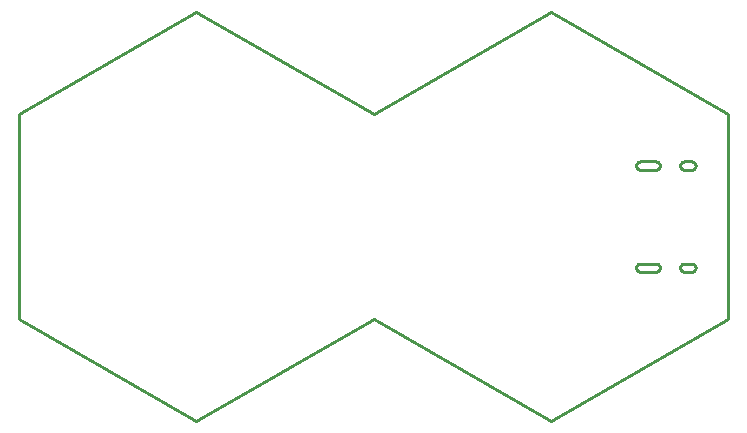
<source format=gbr>
G04 EAGLE Gerber RS-274X export*
G75*
%MOMM*%
%FSLAX34Y34*%
%LPD*%
%IN*%
%IPPOS*%
%AMOC8*
5,1,8,0,0,1.08239X$1,22.5*%
G01*
%ADD10C,0.254000*%


D10*
X-299225Y713D02*
X-149225Y-85888D01*
X775Y713D01*
X150775Y-85888D01*
X300775Y713D01*
X300775Y173913D01*
X150775Y260513D01*
X775Y173913D01*
X-149225Y260513D01*
X-299225Y173913D01*
X-299225Y713D01*
X260375Y44113D02*
X260388Y43807D01*
X260428Y43505D01*
X260494Y43207D01*
X260586Y42915D01*
X260703Y42633D01*
X260844Y42363D01*
X261008Y42105D01*
X261194Y41863D01*
X261400Y41638D01*
X261625Y41431D01*
X261867Y41245D01*
X262125Y41081D01*
X262396Y40940D01*
X262678Y40824D01*
X262969Y40732D01*
X263267Y40666D01*
X263570Y40626D01*
X263875Y40613D01*
X269875Y40613D01*
X270180Y40626D01*
X270483Y40666D01*
X270781Y40732D01*
X271072Y40824D01*
X271354Y40940D01*
X271625Y41081D01*
X271883Y41245D01*
X272125Y41431D01*
X272350Y41638D01*
X272556Y41863D01*
X272742Y42105D01*
X272906Y42363D01*
X273047Y42633D01*
X273164Y42915D01*
X273256Y43207D01*
X273322Y43505D01*
X273362Y43807D01*
X273375Y44113D01*
X273362Y44418D01*
X273322Y44720D01*
X273256Y45018D01*
X273164Y45310D01*
X273047Y45592D01*
X272906Y45863D01*
X272742Y46120D01*
X272556Y46362D01*
X272350Y46587D01*
X272125Y46794D01*
X271883Y46980D01*
X271625Y47144D01*
X271354Y47285D01*
X271072Y47401D01*
X270781Y47493D01*
X270483Y47559D01*
X270180Y47599D01*
X269875Y47613D01*
X263875Y47613D01*
X263570Y47599D01*
X263267Y47559D01*
X262969Y47493D01*
X262678Y47401D01*
X262396Y47285D01*
X262125Y47144D01*
X261867Y46980D01*
X261625Y46794D01*
X261400Y46587D01*
X261194Y46362D01*
X261008Y46120D01*
X260844Y45863D01*
X260703Y45592D01*
X260586Y45310D01*
X260494Y45018D01*
X260428Y44720D01*
X260388Y44418D01*
X260375Y44113D01*
X260375Y130513D02*
X260388Y130207D01*
X260428Y129905D01*
X260494Y129607D01*
X260586Y129315D01*
X260703Y129033D01*
X260844Y128763D01*
X261008Y128505D01*
X261194Y128263D01*
X261400Y128038D01*
X261625Y127831D01*
X261867Y127645D01*
X262125Y127481D01*
X262396Y127340D01*
X262678Y127224D01*
X262969Y127132D01*
X263267Y127066D01*
X263570Y127026D01*
X263875Y127013D01*
X269875Y127013D01*
X270180Y127026D01*
X270483Y127066D01*
X270781Y127132D01*
X271072Y127224D01*
X271354Y127340D01*
X271625Y127481D01*
X271883Y127645D01*
X272125Y127831D01*
X272350Y128038D01*
X272556Y128263D01*
X272742Y128505D01*
X272906Y128763D01*
X273047Y129033D01*
X273164Y129315D01*
X273256Y129607D01*
X273322Y129905D01*
X273362Y130207D01*
X273375Y130513D01*
X273362Y130818D01*
X273322Y131120D01*
X273256Y131418D01*
X273164Y131710D01*
X273047Y131992D01*
X272906Y132263D01*
X272742Y132520D01*
X272556Y132762D01*
X272350Y132987D01*
X272125Y133194D01*
X271883Y133380D01*
X271625Y133544D01*
X271354Y133685D01*
X271072Y133801D01*
X270781Y133893D01*
X270483Y133959D01*
X270180Y133999D01*
X269875Y134013D01*
X263875Y134013D01*
X263570Y133999D01*
X263267Y133959D01*
X262969Y133893D01*
X262678Y133801D01*
X262396Y133685D01*
X262125Y133544D01*
X261867Y133380D01*
X261625Y133194D01*
X261400Y132987D01*
X261194Y132762D01*
X261008Y132520D01*
X260844Y132263D01*
X260703Y131992D01*
X260586Y131710D01*
X260494Y131418D01*
X260428Y131120D01*
X260388Y130818D01*
X260375Y130513D01*
X223075Y130513D02*
X223088Y130207D01*
X223128Y129905D01*
X223194Y129607D01*
X223286Y129315D01*
X223403Y129033D01*
X223544Y128763D01*
X223708Y128505D01*
X223894Y128263D01*
X224100Y128038D01*
X224325Y127831D01*
X224567Y127645D01*
X224825Y127481D01*
X225096Y127340D01*
X225378Y127224D01*
X225669Y127132D01*
X225967Y127066D01*
X226270Y127026D01*
X226575Y127013D01*
X239575Y127013D01*
X239880Y127026D01*
X240183Y127066D01*
X240481Y127132D01*
X240772Y127224D01*
X241054Y127340D01*
X241325Y127481D01*
X241583Y127645D01*
X241825Y127831D01*
X242050Y128038D01*
X242256Y128263D01*
X242442Y128505D01*
X242606Y128763D01*
X242747Y129033D01*
X242864Y129315D01*
X242956Y129607D01*
X243022Y129905D01*
X243062Y130207D01*
X243075Y130513D01*
X243062Y130818D01*
X243022Y131120D01*
X242956Y131418D01*
X242864Y131710D01*
X242747Y131992D01*
X242606Y132263D01*
X242442Y132520D01*
X242256Y132762D01*
X242050Y132987D01*
X241825Y133194D01*
X241583Y133380D01*
X241325Y133544D01*
X241054Y133685D01*
X240772Y133801D01*
X240481Y133893D01*
X240183Y133959D01*
X239880Y133999D01*
X239575Y134013D01*
X226575Y134013D01*
X226270Y133999D01*
X225967Y133959D01*
X225669Y133893D01*
X225378Y133801D01*
X225096Y133685D01*
X224825Y133544D01*
X224567Y133380D01*
X224325Y133194D01*
X224100Y132987D01*
X223894Y132762D01*
X223708Y132520D01*
X223544Y132263D01*
X223403Y131992D01*
X223286Y131710D01*
X223194Y131418D01*
X223128Y131120D01*
X223088Y130818D01*
X223075Y130513D01*
X223075Y44113D02*
X223088Y43807D01*
X223128Y43505D01*
X223194Y43207D01*
X223286Y42915D01*
X223403Y42633D01*
X223544Y42363D01*
X223708Y42105D01*
X223894Y41863D01*
X224100Y41638D01*
X224325Y41431D01*
X224567Y41245D01*
X224825Y41081D01*
X225096Y40940D01*
X225378Y40824D01*
X225669Y40732D01*
X225967Y40666D01*
X226270Y40626D01*
X226575Y40613D01*
X239575Y40613D01*
X239880Y40626D01*
X240183Y40666D01*
X240481Y40732D01*
X240772Y40824D01*
X241054Y40940D01*
X241325Y41081D01*
X241583Y41245D01*
X241825Y41431D01*
X242050Y41638D01*
X242256Y41863D01*
X242442Y42105D01*
X242606Y42363D01*
X242747Y42633D01*
X242864Y42915D01*
X242956Y43207D01*
X243022Y43505D01*
X243062Y43807D01*
X243075Y44113D01*
X243062Y44418D01*
X243022Y44720D01*
X242956Y45018D01*
X242864Y45310D01*
X242747Y45592D01*
X242606Y45863D01*
X242442Y46120D01*
X242256Y46362D01*
X242050Y46587D01*
X241825Y46794D01*
X241583Y46980D01*
X241325Y47144D01*
X241054Y47285D01*
X240772Y47401D01*
X240481Y47493D01*
X240183Y47559D01*
X239880Y47599D01*
X239575Y47613D01*
X226575Y47613D01*
X226270Y47599D01*
X225967Y47559D01*
X225669Y47493D01*
X225378Y47401D01*
X225096Y47285D01*
X224825Y47144D01*
X224567Y46980D01*
X224325Y46794D01*
X224100Y46587D01*
X223894Y46362D01*
X223708Y46120D01*
X223544Y45863D01*
X223403Y45592D01*
X223286Y45310D01*
X223194Y45018D01*
X223128Y44720D01*
X223088Y44418D01*
X223075Y44113D01*
M02*

</source>
